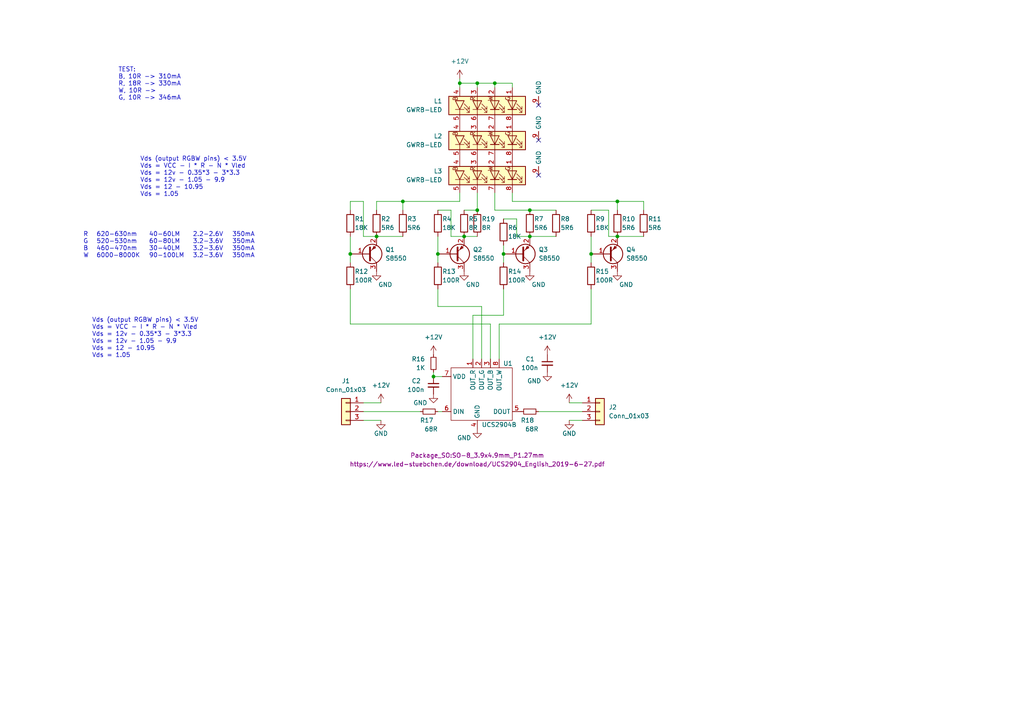
<source format=kicad_sch>
(kicad_sch (version 20231120) (generator "eeschema") (generator_version "8.0")
  (paper "A4")
  (lib_symbols
    (symbol "Connector_Generic:Conn_01x03" (pin_names (offset 1.016) hide)
      (property "Reference" "J" (at 0 5.08 0))
      (property "Value" "Conn_01x03" (at 0 -5.08 0))
      (symbol "Conn_01x03_1_1"
        (rectangle (start -1.27 -2.413) (end 0 -2.667) (stroke (width 0.1524)))
        (rectangle (start -1.27 0.127) (end 0 -0.127) (stroke (width 0.1524)))
        (rectangle (start -1.27 2.667) (end 0 2.413) (stroke (width 0.1524)))
        (rectangle (start -1.27 3.81) (end 1.27 -3.81) (stroke (width 0.254)) (fill (type background)))
        (pin passive line (at -5.08 2.54 0) (length 3.81) (name "Pin_1") (number "1"))
        (pin passive line (at -5.08 0 0) (length 3.81) (name "Pin_2") (number "2"))
        (pin passive line (at -5.08 -2.54 0) (length 3.81) (name "Pin_3") (number "3"))
      )
    )
    (symbol "Device:C_Small" (pin_numbers hide) (pin_names (offset 0.254) hide)
      (property "Reference" "C" (at 0.254 1.778 0))
      (property "Value" "C_Small" (at 0.254 -2.032 0))
      (symbol "C_Small_0_1"
        (polyline (pts (xy -1.524 -0.508) (xy 1.524 -0.508)) (stroke (width 0.3302)))
        (polyline (pts (xy -1.524 0.508) (xy 1.524 0.508)) (stroke (width 0.3048)))
      )
      (symbol "C_Small_1_1"
        (pin passive line (at 0 2.54 270) (length 2.032) (name "~") (number "1"))
        (pin passive line (at 0 -2.54 90) (length 2.032) (name "~") (number "2"))
      )
    )
    (symbol "Device:Q_PNP_BCE" (pin_names (offset 0) hide)
      (property "Reference" "Q4" (at 5.08 -1.2701 0))
      (property "Value" "S8550" (at 5.08 1.2699 0))
      (symbol "Q_PNP_BCE_0_1"
        (polyline (pts (xy 0.635 0.635) (xy 2.54 2.54)))
        (polyline (pts (xy 0.635 -0.635) (xy 2.54 -2.54) (xy 2.54 -2.54)))
        (polyline (pts (xy 0.635 1.905) (xy 0.635 -1.905) (xy 0.635 -1.905)) (stroke (width 0.508)))
        (polyline (pts (xy 2.286 -1.778) (xy 1.778 -2.286) (xy 1.27 -1.27) (xy 2.286 -1.778) (xy 2.286 -1.778)) (fill (type outline)))
        (circle (center 1.27 0) (radius 2.8194) (stroke (width 0.254)))
      )
      (symbol "Q_PNP_BCE_1_1"
        (pin input line (at -5.08 0 0) (length 5.715) (name "B") (number "1"))
        (pin passive line (at 2.54 -5.08 90) (length 2.54) (name "E") (number "2"))
        (pin passive line (at 2.54 5.08 270) (length 2.54) (name "C") (number "3"))
      )
    )
    (symbol "Device:R" (pin_numbers hide) (pin_names (offset 0))
      (property "Reference" "R" (at 2.032 0 90))
      (property "Value" "R" (at 0 0 90))
      (symbol "R_0_1"
        (rectangle (start -1.016 -2.54) (end 1.016 2.54) (stroke (width 0.254)))
      )
      (symbol "R_1_1"
        (pin passive line (at 0 3.81 270) (length 1.27) (name "~") (number "1"))
        (pin passive line (at 0 -3.81 90) (length 1.27) (name "~") (number "2"))
      )
    )
    (symbol "Device:R_Small" (pin_numbers hide) (pin_names (offset 0.254) hide)
      (property "Reference" "R" (at 0.762 0.508 0))
      (property "Value" "R_Small" (at 0.762 -1.016 0))
      (symbol "R_Small_0_1"
        (rectangle (start -0.762 1.778) (end 0.762 -1.778) (stroke (width 0.2032)))
      )
      (symbol "R_Small_1_1"
        (pin passive line (at 0 2.54 270) (length 0.762) (name "~") (number "1"))
        (pin passive line (at 0 -2.54 90) (length 0.762) (name "~") (number "2"))
      )
    )
    (symbol "Q_PNP_BCE_1" (pin_names (offset 0) hide)
      (property "Reference" "Q1" (at 5.08 -1.2701 0))
      (property "Value" "S8550" (at 5.08 1.2699 0))
      (symbol "Q_PNP_BCE_1_0_1"
        (polyline (pts (xy 0.635 0.635) (xy 2.54 2.54)))
        (polyline (pts (xy 0.635 -0.635) (xy 2.54 -2.54) (xy 2.54 -2.54)))
        (polyline (pts (xy 0.635 1.905) (xy 0.635 -1.905) (xy 0.635 -1.905)) (stroke (width 0.508)))
        (polyline (pts (xy 2.286 -1.778) (xy 1.778 -2.286) (xy 1.27 -1.27) (xy 2.286 -1.778) (xy 2.286 -1.778)) (fill (type outline)))
        (circle (center 1.27 0) (radius 2.8194) (stroke (width 0.254)))
      )
      (symbol "Q_PNP_BCE_1_1_1"
        (pin input line (at -5.08 0 0) (length 5.715) (name "B") (number "1"))
        (pin passive line (at 2.54 -5.08 90) (length 2.54) (name "E") (number "2"))
        (pin passive line (at 2.54 5.08 270) (length 2.54) (name "C") (number "3"))
      )
    )
    (symbol "Q_PNP_BCE_2" (pin_names (offset 0) hide)
      (property "Reference" "Q2" (at 5.08 -1.2701 0))
      (property "Value" "S8550" (at 5.08 1.2699 0))
      (symbol "Q_PNP_BCE_2_0_1"
        (polyline (pts (xy 0.635 0.635) (xy 2.54 2.54)))
        (polyline (pts (xy 0.635 -0.635) (xy 2.54 -2.54) (xy 2.54 -2.54)))
        (polyline (pts (xy 0.635 1.905) (xy 0.635 -1.905) (xy 0.635 -1.905)) (stroke (width 0.508)))
        (polyline (pts (xy 2.286 -1.778) (xy 1.778 -2.286) (xy 1.27 -1.27) (xy 2.286 -1.778) (xy 2.286 -1.778)) (fill (type outline)))
        (circle (center 1.27 0) (radius 2.8194) (stroke (width 0.254)))
      )
      (symbol "Q_PNP_BCE_2_1_1"
        (pin input line (at -5.08 0 0) (length 5.715) (name "B") (number "1"))
        (pin passive line (at 2.54 -5.08 90) (length 2.54) (name "E") (number "2"))
        (pin passive line (at 2.54 5.08 270) (length 2.54) (name "C") (number "3"))
      )
    )
    (symbol "Q_PNP_BCE_3" (pin_names (offset 0) hide)
      (property "Reference" "Q3" (at 5.08 -1.2701 0))
      (property "Value" "S8550" (at 5.08 1.2699 0))
      (symbol "Q_PNP_BCE_3_0_1"
        (polyline (pts (xy 0.635 0.635) (xy 2.54 2.54)))
        (polyline (pts (xy 0.635 -0.635) (xy 2.54 -2.54) (xy 2.54 -2.54)))
        (polyline (pts (xy 0.635 1.905) (xy 0.635 -1.905) (xy 0.635 -1.905)) (stroke (width 0.508)))
        (polyline (pts (xy 2.286 -1.778) (xy 1.778 -2.286) (xy 1.27 -1.27) (xy 2.286 -1.778) (xy 2.286 -1.778)) (fill (type outline)))
        (circle (center 1.27 0) (radius 2.8194) (stroke (width 0.254)))
      )
      (symbol "Q_PNP_BCE_3_1_1"
        (pin input line (at -5.08 0 0) (length 5.715) (name "B") (number "1"))
        (pin passive line (at 2.54 -5.08 90) (length 2.54) (name "E") (number "2"))
        (pin passive line (at 2.54 5.08 270) (length 2.54) (name "C") (number "3"))
      )
    )
    (symbol "_led:GWRB-LED"
      (property "Reference" "L" (at 0 12.7 0))
      (property "Value" "GWRB-LED" (at 0 -12.7 0))
      (symbol "GWRB-LED_0_0"
        (text "B" (at -1.905 -8.89 0) (effects (font (size 1.27 1.27))))
        (text "G" (at -1.905 6.35 0) (effects (font (size 1.27 1.27))))
        (text "R" (at -1.905 -3.81 0) (effects (font (size 1.27 1.27))))
        (text "W" (at -1.905 1.27 0) (effects (font (size 1.27 1.27))))
      )
      (symbol "GWRB-LED_0_1"
        (rectangle (start -2.54 11.43) (end 2.794 -10.795) (stroke (width 0.254)) (fill (type background)))
        (polyline (pts (xy -1.27 -6.35) (xy -1.27 -8.89)) (stroke (width 0.2032)))
        (polyline (pts (xy -1.27 -2.54) (xy -2.54 -2.54)))
        (polyline (pts (xy -1.27 -2.54) (xy 1.27 -2.54)))
        (polyline (pts (xy -1.27 -1.27) (xy -1.27 -3.81)) (stroke (width 0.2032)))
        (polyline (pts (xy -1.27 2.54) (xy -2.54 2.54)))
        (polyline (pts (xy -1.27 7.62) (xy -2.54 7.62)))
        (polyline (pts (xy -1.27 7.62) (xy 1.27 7.62)))
        (polyline (pts (xy 1.27 -8.89) (xy 1.27 -6.35)))
        (polyline (pts (xy 1.27 -7.62) (xy 2.54 -7.62)))
        (polyline (pts (xy 1.27 -3.81) (xy 1.27 -1.27)))
        (polyline (pts (xy 1.27 -2.54) (xy 2.54 -2.54)))
        (polyline (pts (xy 1.27 1.27) (xy 1.27 3.81)) (stroke (width 0.2032)))
        (polyline (pts (xy 1.27 2.54) (xy -1.27 2.54)))
        (polyline (pts (xy 1.27 2.54) (xy 2.54 2.54)))
        (polyline (pts (xy 1.27 6.35) (xy 1.27 8.89)) (stroke (width 0.2032)))
        (polyline (pts (xy 1.27 7.62) (xy 2.54 7.62)))
        (polyline (pts (xy -1.27 3.81) (xy -1.27 1.27) (xy -1.27 1.27)))
        (polyline (pts (xy -1.27 8.89) (xy -1.27 6.35) (xy -1.27 6.35)))
        (polyline (pts (xy -1.27 -8.89) (xy -1.27 -6.35) (xy 1.27 -7.62) (xy -1.27 -8.89)) (stroke (width 0.2032)))
        (polyline (pts (xy -1.27 -3.81) (xy -1.27 -1.27) (xy 1.27 -2.54) (xy -1.27 -3.81)) (stroke (width 0.2032)))
        (polyline (pts (xy -1.27 1.27) (xy -1.27 3.81) (xy 1.27 2.54) (xy -1.27 1.27)) (stroke (width 0.2032)))
        (polyline (pts (xy -1.27 6.35) (xy -1.27 8.89) (xy 1.27 7.62) (xy -1.27 6.35)) (stroke (width 0.2032)))
        (polyline (pts (xy -0.381 -6.35) (xy 1.143 -4.826) (xy 0.381 -4.826) (xy 1.143 -4.826) (xy 1.143 -5.588)))
        (polyline (pts (xy -0.381 -1.27) (xy 1.143 0.254) (xy 0.381 0.254) (xy 1.143 0.254) (xy 1.143 -0.508)))
        (polyline (pts (xy -0.381 3.81) (xy 1.143 5.334) (xy 0.381 5.334) (xy 1.143 5.334) (xy 1.143 4.572)))
        (polyline (pts (xy -0.381 8.89) (xy 1.143 10.414) (xy 0.381 10.414) (xy 1.143 10.414) (xy 1.143 9.652)))
        (polyline (pts (xy 0.635 -6.35) (xy 2.159 -4.826) (xy 1.397 -4.826) (xy 2.159 -4.826) (xy 2.159 -5.588)))
        (polyline (pts (xy 0.635 -1.27) (xy 2.159 0.254) (xy 1.397 0.254) (xy 2.159 0.254) (xy 2.159 -0.508)))
        (polyline (pts (xy 0.635 3.81) (xy 2.159 5.334) (xy 1.397 5.334) (xy 2.159 5.334) (xy 2.159 4.572)))
        (polyline (pts (xy 0.635 8.89) (xy 2.159 10.414) (xy 1.397 10.414) (xy 2.159 10.414) (xy 2.159 9.652)))
        (rectangle (start 1.27 1.27) (end 1.27 3.81))
        (rectangle (start 1.27 3.81) (end 1.27 3.81))
        (rectangle (start 1.27 6.35) (end 1.27 8.89))
        (rectangle (start 1.27 8.89) (end 1.27 8.89))
      )
      (symbol "GWRB-LED_1_1"
        (pin passive line (at -5.08 7.62 0) (length 2.54) (name "") (number "1"))
        (pin passive line (at -5.08 2.54 0) (length 2.54) (name "") (number "2"))
        (pin passive line (at -5.08 -2.54 0) (length 2.54) (name "") (number "3"))
        (pin passive line (at -5.08 -7.62 0) (length 2.54) (name "") (number "4"))
        (pin passive line (at 5.08 -7.62 180) (length 2.54) (name "") (number "5"))
        (pin passive line (at 5.08 -2.54 180) (length 2.54) (name "") (number "6"))
        (pin passive line (at 5.08 2.54 180) (length 2.54) (name "") (number "7"))
        (pin passive line (at 5.08 7.62 180) (length 2.54) (name "") (number "8"))
        (pin input line (at 0 15.24 180) (length 2.54) (name "GND") (number "9"))
      )
    )
    (symbol "_led_drivers:UCS2904B"
      (property "Reference" "U" (at 8.89 8.89 0))
      (property "Value" "UCS2904B" (at 7.62 -8.89 0))
      (property "Footprint" "Package_SO:SO-8_3.9x4.9mm_P1.27mm" (at 1.27 -16.51 0))
      (property "Datasheet" "https://www.led-stuebchen.de/download/UCS2904_English_2019-6-27.pdf" (at 6.35 -19.05 0))
      (symbol "UCS2904B_0_1"
        (rectangle (start -7.62 7.62) (end 10.16 -7.62))
      )
      (symbol "UCS2904B_1_1"
        (pin input line (at -1.27 10.16 270) (length 2.54) (name "OUT_R") (number "1"))
        (pin input line (at 1.27 10.16 270) (length 2.54) (name "OUT_G") (number "2"))
        (pin input line (at 3.81 10.16 270) (length 2.54) (name "OUT_B") (number "3"))
        (pin input line (at 0 -10.16 90) (length 2.54) (name "GND") (number "4"))
        (pin input line (at 12.7 -5.08 180) (length 2.54) (name "DOUT") (number "5"))
        (pin input line (at -10.16 -5.08 0) (length 2.54) (name "DIN") (number "6"))
        (pin input line (at -10.16 5.08 0) (length 2.54) (name "VDD") (number "7"))
        (pin input line (at 6.35 10.16 270) (length 2.54) (name "OUT_W") (number "8"))
      )
    )
    (symbol "power:+12V" (power) (pin_names (offset 0))
      (property "Value" "+12V" (at 0 3.556 0))
      (symbol "+12V_0_1"
        (polyline (pts (xy -0.762 1.27) (xy 0 2.54)))
        (polyline (pts (xy 0 0) (xy 0 2.54)))
        (polyline (pts (xy 0 2.54) (xy 0.762 1.27)))
      )
      (symbol "+12V_1_1"
        (pin power_in line (at 0 0 90) (length 0) hide (name "+12V") (number "1"))
      )
    )
    (symbol "power:GND" (power) (pin_names (offset 0))
      (property "Value" "GND" (at 0 -3.81 0))
      (symbol "GND_0_1"
        (polyline (pts (xy 0 0) (xy 0 -1.27) (xy 1.27 -1.27) (xy 0 -2.54) (xy -1.27 -1.27) (xy 0 -1.27)))
      )
      (symbol "GND_1_1"
        (pin power_in line (at 0 0 270) (length 0) hide (name "GND") (number "1"))
      )
    )
  )
  (junction (at 179.07 68.58))
  (junction (at 125.73 109.22))
  (junction (at 138.43 60.96))
  (junction (at 143.51 24.13))
  (junction (at 134.62 68.58))
  (junction (at 109.22 68.58))
  (junction (at 138.43 24.13))
  (junction (at 101.6 73.66))
  (junction (at 171.45 73.66))
  (junction (at 153.67 68.58))
  (junction (at 116.84 58.42))
  (junction (at 153.67 60.96))
  (junction (at 179.07 58.42))
  (junction (at 133.35 24.13))
  (junction (at 146.05 73.66))
  (junction (at 127 73.66))
  (no_connect (at 156.21 30.48))
  (no_connect (at 156.21 50.8))
  (no_connect (at 156.21 40.64))
  (wire (pts (xy 116.84 58.42) (xy 109.22 58.42)))
  (wire (pts (xy 101.6 93.98) (xy 142.24 93.98)))
  (wire (pts (xy 143.51 60.96) (xy 153.67 60.96)))
  (wire (pts (xy 125.73 109.22) (xy 128.27 109.22)))
  (wire (pts (xy 127 119.38) (xy 128.27 119.38)))
  (wire (pts (xy 171.45 93.98) (xy 171.45 83.82)))
  (wire (pts (xy 101.6 83.82) (xy 101.6 93.98)))
  (wire (pts (xy 179.07 58.42) (xy 179.07 60.96)))
  (wire (pts (xy 105.41 119.38) (xy 121.92 119.38)))
  (wire (pts (xy 156.21 119.38) (xy 168.91 119.38)))
  (wire (pts (xy 149.86 68.58) (xy 153.67 68.58)))
  (wire (pts (xy 101.6 73.66) (xy 101.6 76.2)))
  (wire (pts (xy 148.59 24.13) (xy 148.59 25.4)))
  (wire (pts (xy 133.35 24.13) (xy 138.43 24.13)))
  (wire (pts (xy 143.51 24.13) (xy 143.51 25.4)))
  (wire (pts (xy 137.16 104.14) (xy 137.16 91.44)))
  (wire (pts (xy 143.51 55.88) (xy 143.51 60.96)))
  (wire (pts (xy 137.16 91.44) (xy 146.05 91.44)))
  (wire (pts (xy 133.35 24.13) (xy 133.35 25.4)))
  (wire (pts (xy 101.6 58.42) (xy 101.6 60.96)))
  (wire (pts (xy 171.45 60.96) (xy 176.53 60.96)))
  (wire (pts (xy 144.78 104.14) (xy 144.78 93.98)))
  (wire (pts (xy 127 83.82) (xy 127 88.9)))
  (wire (pts (xy 143.51 24.13) (xy 148.59 24.13)))
  (wire (pts (xy 134.62 68.58) (xy 138.43 68.58)))
  (wire (pts (xy 116.84 58.42) (xy 116.84 60.96)))
  (wire (pts (xy 133.35 22.86) (xy 133.35 24.13)))
  (wire (pts (xy 133.35 55.88) (xy 133.35 58.42)))
  (wire (pts (xy 138.43 60.96) (xy 138.43 55.88)))
  (wire (pts (xy 149.86 63.5) (xy 149.86 68.58)))
  (wire (pts (xy 130.81 60.96) (xy 130.81 68.58)))
  (wire (pts (xy 109.22 58.42) (xy 109.22 60.96)))
  (wire (pts (xy 153.67 60.96) (xy 161.29 60.96)))
  (wire (pts (xy 176.53 68.58) (xy 179.07 68.58)))
  (wire (pts (xy 105.41 58.42) (xy 105.41 68.58)))
  (wire (pts (xy 146.05 83.82) (xy 146.05 91.44)))
  (wire (pts (xy 130.81 68.58) (xy 134.62 68.58)))
  (wire (pts (xy 165.1 116.84) (xy 168.91 116.84)))
  (wire (pts (xy 134.62 60.96) (xy 138.43 60.96)))
  (wire (pts (xy 127 73.66) (xy 127 76.2)))
  (wire (pts (xy 179.07 58.42) (xy 186.69 58.42)))
  (wire (pts (xy 144.78 93.98) (xy 171.45 93.98)))
  (wire (pts (xy 146.05 73.66) (xy 146.05 76.2)))
  (wire (pts (xy 179.07 68.58) (xy 186.69 68.58)))
  (wire (pts (xy 165.1 121.92) (xy 168.91 121.92)))
  (wire (pts (xy 101.6 58.42) (xy 105.41 58.42)))
  (wire (pts (xy 133.35 58.42) (xy 116.84 58.42)))
  (wire (pts (xy 109.22 68.58) (xy 116.84 68.58)))
  (wire (pts (xy 125.73 107.95) (xy 125.73 109.22)))
  (wire (pts (xy 148.59 58.42) (xy 179.07 58.42)))
  (wire (pts (xy 171.45 73.66) (xy 171.45 76.2)))
  (wire (pts (xy 186.69 58.42) (xy 186.69 60.96)))
  (wire (pts (xy 101.6 68.58) (xy 101.6 73.66)))
  (wire (pts (xy 146.05 71.12) (xy 146.05 73.66)))
  (wire (pts (xy 138.43 24.13) (xy 143.51 24.13)))
  (wire (pts (xy 146.05 63.5) (xy 149.86 63.5)))
  (wire (pts (xy 127 60.96) (xy 130.81 60.96)))
  (wire (pts (xy 148.59 55.88) (xy 148.59 58.42)))
  (wire (pts (xy 127 88.9) (xy 139.7 88.9)))
  (wire (pts (xy 105.41 68.58) (xy 109.22 68.58)))
  (wire (pts (xy 171.45 68.58) (xy 171.45 73.66)))
  (wire (pts (xy 105.41 116.84) (xy 110.49 116.84)))
  (wire (pts (xy 176.53 60.96) (xy 176.53 68.58)))
  (wire (pts (xy 153.67 68.58) (xy 161.29 68.58)))
  (wire (pts (xy 127 68.58) (xy 127 73.66)))
  (wire (pts (xy 139.7 88.9) (xy 139.7 104.14)))
  (wire (pts (xy 142.24 104.14) (xy 142.24 93.98)))
  (wire (pts (xy 105.41 121.92) (xy 110.49 121.92)))
  (wire (pts (xy 138.43 24.13) (xy 138.43 25.4)))
  (text "Vds (output RGBW pins) < 3.5V\nVds = VCC - I * R - N * Vled\nVds = 12v - 0.35*3 - 3*3.3\nVds = 12v - 1.05 - 9.9\nVds = 12 - 10.95\nVds = 1.05\n" (at 26.67 103.886 0) (effects (font (size 1.27 1.27)) (justify left bottom)))
  (text "2.2-2.6V\n3.2-3.6V\n3.2-3.6V\n3.2-3.6V" (at 55.88 74.93 0) (effects (font (size 1.27 1.27)) (justify left bottom)))
  (text "40-60LM\n60-80LM\n30-40LM\n90-100LM" (at 43.18 74.93 0) (effects (font (size 1.27 1.27)) (justify left bottom)))
  (text "R\nG\nB\nW" (at 24.13 74.93 0) (effects (font (size 1.27 1.27)) (justify left bottom)))
  (text "350mA\n350mA\n350mA\n350mA" (at 67.31 74.93 0) (effects (font (size 1.27 1.27)) (justify left bottom)))
  (text "TEST:\nB, 10R -> 310mA\nR, 18R -> 330mA\nW, 10R ->\nG, 10R -> 346mA\n" (at 34.29 29.21 0) (effects (font (size 1.27 1.27)) (justify left bottom)))
  (text "Vds (output RGBW pins) < 3.5V\nVds = VCC - I * R - N * Vled\nVds = 12v - 0.35*3 - 3*3.3\nVds = 12v - 1.05 - 9.9\nVds = 12 - 10.95\nVds = 1.05\n" (at 40.64 57.15 0) (effects (font (size 1.27 1.27)) (justify left bottom)))
  (text "620-630nm\n520-530nm\n460-470nm\n6000-8000K" (at 27.94 74.93 0) (effects (font (size 1.27 1.27)) (justify left bottom)))
  (symbol (lib_id "power:GND") (at 158.75 107.95 0) (unit 1)
    (property "Reference" "#PWR08" (effects (hide yes)))
    (property "Value" "GND" (at 154.94 110.49 0))
  )
  (symbol (lib_id "power:+12V") (at 158.75 102.87 0) (unit 1)
    (property "Reference" "#PWR07" (effects (hide yes)))
    (property "Value" "+12V" (at 158.75 97.79 0))
  )
  (symbol (lib_id "power:GND") (at 165.1 121.92 0) (unit 1)
    (property "Reference" "#PWR013" (effects (hide yes)))
    (property "Value" "GND" (at 165.1 125.73 0))
  )
  (symbol (lib_name "Q_PNP_BCE_1") (lib_id "Device:Q_PNP_BCE") (at 106.68 73.66 0) (mirror x) (unit 1)
    (property "Reference" "Q1" (at 111.76 72.3899 0) (effects (justify left)))
    (property "Value" "S8550" (at 111.76 74.9299 0) (effects (justify left)))
    (property "Footprint" "Package_TO_SOT_SMD:SOT-23" (effects (hide yes)))
  )
  (symbol (lib_id "power:GND") (at 138.43 124.46 0) (unit 1)
    (property "Reference" "#PWR014" (effects (hide yes)))
    (property "Value" "GND" (at 134.62 127 0))
  )
  (symbol (lib_id "Connector_Generic:Conn_01x03") (at 173.99 119.38 0) (unit 1)
    (property "Reference" "J2" (at 176.53 118.1099 0) (effects (justify left)))
    (property "Value" "Conn_01x03" (at 176.53 120.6499 0) (effects (justify left)))
    (property "Footprint" "Connector_Wire:SolderWirePad_1x01_SMD_5x10mm" (effects (hide yes)))
  )
  (symbol (lib_id "Device:R_Small") (at 124.46 119.38 270) (unit 1)
    (property "Reference" "R17" (at 125.73 121.92 90) (effects (justify right)))
    (property "Value" "68R" (at 127 124.46 90) (effects (justify right)))
    (property "Footprint" "Resistor_SMD:R_0805_2012Metric" (effects (hide yes)))
  )
  (symbol (lib_id "power:+12V") (at 125.73 102.87 0) (unit 1)
    (property "Reference" "#PWR06" (effects (hide yes)))
    (property "Value" "+12V" (at 125.73 97.79 0))
  )
  (symbol (lib_id "_led:GWRB-LED") (at 140.97 40.64 270) (unit 1)
    (property "Reference" "L2" (at 128.27 39.4753 90) (effects (justify right)))
    (property "Value" "GWRB-LED" (at 128.27 42.0153 90) (effects (justify right)))
    (property "Footprint" "_led:LED_BEAD_8P" (effects (hide yes)))
  )
  (symbol (lib_id "Device:R") (at 109.22 64.77 0) (unit 1)
    (property "Reference" "R2" (at 110.49 63.5 0) (effects (justify left)))
    (property "Value" "5R6" (at 110.49 66.04 0) (effects (justify left)))
    (property "Footprint" "Resistor_SMD:R_1206_3216Metric" (effects (hide yes)))
  )
  (symbol (lib_id "Device:R_Small") (at 125.73 105.41 180) (unit 1)
    (property "Reference" "R16" (at 119.38 104.14 0) (effects (justify right)))
    (property "Value" "1K" (at 120.65 106.68 0) (effects (justify right)))
    (property "Footprint" "Resistor_SMD:R_0805_2012Metric" (effects (hide yes)))
  )
  (symbol (lib_id "_led:GWRB-LED") (at 140.97 50.8 270) (unit 1)
    (property "Reference" "L3" (at 128.27 49.6353 90) (effects (justify right)))
    (property "Value" "GWRB-LED" (at 128.27 52.1753 90) (effects (justify right)))
    (property "Footprint" "_led:LED_BEAD_8P" (effects (hide yes)))
  )
  (symbol (lib_id "Device:C_Small") (at 125.73 111.76 0) (unit 1)
    (property "Reference" "C2" (at 119.38 110.49 0) (effects (justify left)))
    (property "Value" "100n" (at 118.11 113.03 0) (effects (justify left)))
    (property "Footprint" "Capacitor_SMD:C_0805_2012Metric" (effects (hide yes)))
  )
  (symbol (lib_id "Device:Q_PNP_BCE") (at 176.53 73.66 0) (mirror x) (unit 1)
    (property "Reference" "Q4" (at 181.61 72.3899 0) (effects (justify left)))
    (property "Value" "S8550" (at 181.61 74.9299 0) (effects (justify left)))
    (property "Footprint" "Package_TO_SOT_SMD:SOT-23" (effects (hide yes)))
  )
  (symbol (lib_id "power:+12V") (at 110.49 116.84 0) (unit 1)
    (property "Reference" "#PWR010" (effects (hide yes)))
    (property "Value" "+12V" (at 110.49 111.76 0))
  )
  (symbol (lib_id "Connector_Generic:Conn_01x03") (at 100.33 119.38 0) (mirror y) (unit 1)
    (property "Reference" "J1" (at 100.33 110.49 0))
    (property "Value" "Conn_01x03" (at 100.33 113.03 0))
    (property "Footprint" "Connector_Wire:SolderWirePad_1x01_SMD_5x10mm" (effects (hide yes)))
  )
  (symbol (lib_id "power:GND") (at 153.67 78.74 0) (unit 1)
    (property "Reference" "#PWR04" (effects (hide yes)))
    (property "Value" "GND" (at 156.21 82.55 0))
  )
  (symbol (lib_id "_led_drivers:UCS2904B") (at 138.43 114.3 0) (unit 1)
    (property "Reference" "U1" (at 147.32 105.41 0))
    (property "Value" "UCS2904B" (at 144.78 123.19 0))
    (property "Footprint" "Package_SO:SO-8_3.9x4.9mm_P1.27mm" (at 138.43 132.08 0))
    (property "Datasheet" "https://www.led-stuebchen.de/download/UCS2904_English_2019-6-27.pdf" (at 138.43 134.62 0))
  )
  (symbol (lib_id "Device:R") (at 146.05 67.31 0) (unit 1)
    (property "Reference" "R6" (at 147.32 66.04 0) (effects (justify left)))
    (property "Value" "18K" (at 147.32 68.58 0) (effects (justify left)))
    (property "Footprint" "Resistor_SMD:R_0805_2012Metric" (effects (hide yes)))
  )
  (symbol (lib_id "Device:R") (at 186.69 64.77 0) (unit 1)
    (property "Reference" "R11" (at 187.96 63.5 0) (effects (justify left)))
    (property "Value" "5R6" (at 187.96 66.04 0) (effects (justify left)))
    (property "Footprint" "Resistor_SMD:R_1206_3216Metric" (effects (hide yes)))
  )
  (symbol (lib_name "Q_PNP_BCE_3") (lib_id "Device:Q_PNP_BCE") (at 151.13 73.66 0) (mirror x) (unit 1)
    (property "Reference" "Q3" (at 156.21 72.3899 0) (effects (justify left)))
    (property "Value" "S8550" (at 156.21 74.9299 0) (effects (justify left)))
    (property "Footprint" "Package_TO_SOT_SMD:SOT-23" (effects (hide yes)))
  )
  (symbol (lib_id "power:+12V") (at 133.35 22.86 0) (unit 1)
    (property "Reference" "#PWR01" (effects (hide yes)))
    (property "Value" "+12V" (at 133.35 17.78 0))
  )
  (symbol (lib_id "power:+12V") (at 165.1 116.84 0) (unit 1)
    (property "Reference" "#PWR011" (effects (hide yes)))
    (property "Value" "+12V" (at 165.1 111.76 0))
  )
  (symbol (lib_id "Device:R") (at 153.67 64.77 0) (unit 1)
    (property "Reference" "R7" (at 154.94 63.5 0) (effects (justify left)))
    (property "Value" "5R6" (at 154.94 66.04 0) (effects (justify left)))
    (property "Footprint" "Resistor_SMD:R_1206_3216Metric" (effects (hide yes)))
  )
  (symbol (lib_id "Device:R") (at 101.6 64.77 0) (unit 1)
    (property "Reference" "R1" (at 102.87 63.5 0) (effects (justify left)))
    (property "Value" "18K" (at 102.87 66.04 0) (effects (justify left)))
    (property "Footprint" "Resistor_SMD:R_0805_2012Metric" (effects (hide yes)))
  )
  (symbol (lib_id "power:GND") (at 134.62 78.74 0) (unit 1)
    (property "Reference" "#PWR03" (effects (hide yes)))
    (property "Value" "GND" (at 137.16 82.55 0))
  )
  (symbol (lib_id "Device:R") (at 127 80.01 0) (unit 1)
    (property "Reference" "R13" (at 128.27 78.74 0) (effects (justify left)))
    (property "Value" "100R" (at 128.27 81.28 0) (effects (justify left)))
    (property "Footprint" "Resistor_SMD:R_0805_2012Metric" (effects (hide yes)))
  )
  (symbol (lib_id "Device:R") (at 171.45 80.01 0) (unit 1)
    (property "Reference" "R15" (at 172.72 78.74 0) (effects (justify left)))
    (property "Value" "100R" (at 172.72 81.28 0) (effects (justify left)))
    (property "Footprint" "Resistor_SMD:R_0805_2012Metric" (effects (hide yes)))
  )
  (symbol (lib_id "Device:R") (at 134.62 64.77 0) (unit 1)
    (property "Reference" "R5" (at 135.89 63.5 0) (effects (justify left)))
    (property "Value" "8R" (at 135.89 66.04 0) (effects (justify left)))
    (property "Footprint" "Resistor_SMD:R_1206_3216Metric" (effects (hide yes)))
  )
  (symbol (lib_id "power:GND") (at 110.49 121.92 0) (unit 1)
    (property "Reference" "#PWR012" (effects (hide yes)))
    (property "Value" "GND" (at 110.49 125.73 0))
  )
  (symbol (lib_id "power:GND") (at 179.07 78.74 0) (unit 1)
    (property "Reference" "#PWR05" (effects (hide yes)))
    (property "Value" "GND" (at 181.61 82.55 0))
  )
  (symbol (lib_id "_led:GWRB-LED") (at 140.97 30.48 270) (unit 1)
    (property "Reference" "L1" (at 128.27 29.3153 90) (effects (justify right)))
    (property "Value" "GWRB-LED" (at 128.27 31.8553 90) (effects (justify right)))
    (property "Footprint" "_led:LED_BEAD_8P" (effects (hide yes)))
  )
  (symbol (lib_id "Device:C_Small") (at 158.75 105.41 0) (unit 1)
    (property "Reference" "C1" (at 152.4 104.14 0) (effects (justify left)))
    (property "Value" "100n" (at 151.13 106.68 0) (effects (justify left)))
    (property "Footprint" "Capacitor_SMD:C_1206_3216Metric" (effects (hide yes)))
  )
  (symbol (lib_id "Device:R") (at 138.43 64.77 0) (unit 1)
    (property "Reference" "R19" (at 139.7 63.5 0) (effects (justify left)))
    (property "Value" "8R" (at 139.7 66.04 0) (effects (justify left)))
    (property "Footprint" "Resistor_SMD:R_1206_3216Metric" (effects (hide yes)))
  )
  (symbol (lib_id "power:GND") (at 109.22 78.74 0) (unit 1)
    (property "Reference" "#PWR02" (effects (hide yes)))
    (property "Value" "GND" (at 111.76 82.55 0))
  )
  (symbol (lib_name "Q_PNP_BCE_2") (lib_id "Device:Q_PNP_BCE") (at 132.08 73.66 0) (mirror x) (unit 1)
    (property "Reference" "Q2" (at 137.16 72.3899 0) (effects (justify left)))
    (property "Value" "S8550" (at 137.16 74.9299 0) (effects (justify left)))
    (property "Footprint" "Package_TO_SOT_SMD:SOT-23" (effects (hide yes)))
  )
  (symbol (lib_id "Device:R") (at 101.6 80.01 0) (unit 1)
    (property "Reference" "R12" (at 102.87 78.74 0) (effects (justify left)))
    (property "Value" "100R" (at 102.87 81.28 0) (effects (justify left)))
    (property "Footprint" "Resistor_SMD:R_0805_2012Metric" (effects (hide yes)))
  )
  (symbol (lib_id "Device:R_Small") (at 153.67 119.38 270) (unit 1)
    (property "Reference" "R18" (at 154.94 121.92 90) (effects (justify right)))
    (property "Value" "68R" (at 156.21 124.46 90) (effects (justify right)))
    (property "Footprint" "Resistor_SMD:R_0805_2012Metric" (effects (hide yes)))
  )
  (symbol (lib_id "Device:R") (at 116.84 64.77 0) (unit 1)
    (property "Reference" "R3" (at 118.11 63.5 0) (effects (justify left)))
    (property "Value" "5R6" (at 118.11 66.04 0) (effects (justify left)))
    (property "Footprint" "Resistor_SMD:R_1206_3216Metric" (effects (hide yes)))
  )
  (symbol (lib_id "power:GND") (at 125.73 114.3 0) (unit 1)
    (property "Reference" "#PWR09" (effects (hide yes)))
    (property "Value" "GND" (at 121.92 116.84 0))
  )
  (symbol (lib_id "Device:R") (at 146.05 80.01 0) (unit 1)
    (property "Reference" "R14" (at 147.32 78.74 0) (effects (justify left)))
    (property "Value" "100R" (at 147.32 81.28 0) (effects (justify left)))
    (property "Footprint" "Resistor_SMD:R_0805_2012Metric" (effects (hide yes)))
  )
  (symbol (lib_id "Device:R") (at 171.45 64.77 0) (unit 1)
    (property "Reference" "R9" (at 172.72 63.5 0) (effects (justify left)))
    (property "Value" "18K" (at 172.72 66.04 0) (effects (justify left)))
    (property "Footprint" "Resistor_SMD:R_0805_2012Metric" (effects (hide yes)))
  )
  (symbol (lib_id "Device:R") (at 127 64.77 0) (unit 1)
    (property "Reference" "R4" (at 128.27 63.5 0) (effects (justify left)))
    (property "Value" "18K" (at 128.27 66.04 0) (effects (justify left)))
    (property "Footprint" "Resistor_SMD:R_0805_2012Metric" (effects (hide yes)))
  )
  (symbol (lib_id "Device:R") (at 161.29 64.77 0) (unit 1)
    (property "Reference" "R8" (at 162.56 63.5 0) (effects (justify left)))
    (property "Value" "5R6" (at 162.56 66.04 0) (effects (justify left)))
    (property "Footprint" "Resistor_SMD:R_1206_3216Metric" (effects (hide yes)))
  )
  (symbol (lib_id "Device:R") (at 179.07 64.77 0) (unit 1)
    (property "Reference" "R10" (at 180.34 63.5 0) (effects (justify left)))
    (property "Value" "5R6" (at 180.34 66.04 0) (effects (justify left)))
    (property "Footprint" "Resistor_SMD:R_1206_3216Metric" (effects (hide yes)))
  )
)
</source>
